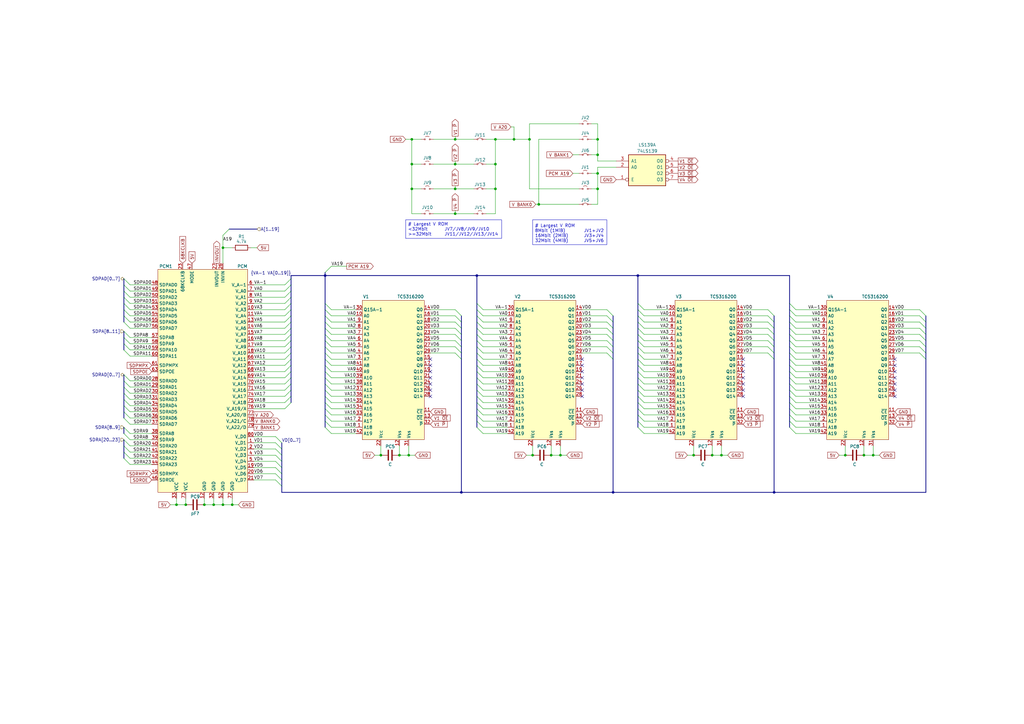
<source format=kicad_sch>
(kicad_sch (version 20250114) (generator "eeschema") (generator_version "9.0")
  (paper "A3")
  (title_block (title "King of Fighters '97 - PROGBK1") (date "2025-02-14") (comment 1 "Not an original schematic") (comment 2 "Reversed from physical copy"))
  (text_box "# Largest V ROM\n8Mbit (1MiB)	JV1+JV2\n16Mbit (2MiB)	JV3+JV4\n32Mbit (4MiB)	JV5+JV6" (at 218.44 90.17 0) (size 30.48 10.16) (margins 0.9525 0.9525 0.9525 0.9525) (effects (font (size 1.27 1.27)) (justify left bottom)))
  (text_box "# Largest V ROM\n<32Mbit		JV7/JV8/JV9/JV10\n>=32Mbit	JV11/JV12/JV13/JV14" (at 166.37 90.17 0) (size 39.37 7.62) (margins 0.9525 0.9525 0.9525 0.9525) (effects (font (size 1.27 1.27)) (justify left top)))
  (junction (at 245.11 71.12))
  (junction (at 203.2 77.47))
  (junction (at 189.23 201.93))
  (junction (at 186.69 67.31))
  (junction (at 83.82 207.01))
  (junction (at 186.69 77.47))
  (junction (at 251.46 201.93))
  (junction (at 229.87 186.69))
  (junction (at 317.5 201.93))
  (junction (at 168.91 77.47))
  (junction (at 245.11 63.5))
  (junction (at 133.35 113.03))
  (junction (at 76.2 207.01))
  (junction (at 210.82 57.15))
  (junction (at 203.2 67.31))
  (junction (at 245.11 77.47))
  (junction (at 217.17 57.15))
  (junction (at 261.62 113.03))
  (junction (at 186.69 57.15))
  (junction (at 167.64 186.69))
  (junction (at 91.44 207.01))
  (junction (at 95.25 207.01))
  (junction (at 168.91 57.15))
  (junction (at 168.91 67.31))
  (junction (at 295.91 186.69))
  (junction (at 354.33 186.69))
  (junction (at 245.11 57.15))
  (junction (at 72.39 207.01))
  (junction (at 163.83 186.69))
  (junction (at 87.63 207.01))
  (junction (at 203.2 57.15))
  (junction (at 346.71 186.69))
  (junction (at 226.06 186.69))
  (junction (at 358.14 186.69))
  (junction (at 218.44 186.69))
  (junction (at 156.21 186.69))
  (junction (at 292.1 186.69))
  (junction (at 91.44 101.6))
  (junction (at 220.98 83.82))
  (junction (at 195.58 113.03))
  (junction (at 284.48 186.69))
  (junction (at 186.69 87.63))
  (no_connect (at 238.76 152.4))
  (no_connect (at 304.8 152.4))
  (no_connect (at 304.8 154.94))
  (no_connect (at 238.76 147.32))
  (no_connect (at 176.53 152.4))
  (no_connect (at 304.8 149.86))
  (no_connect (at 176.53 149.86))
  (no_connect (at 367.03 157.48))
  (no_connect (at 176.53 147.32))
  (no_connect (at 304.8 157.48))
  (no_connect (at 176.53 154.94))
  (no_connect (at 238.76 154.94))
  (no_connect (at 304.8 147.32))
  (no_connect (at 367.03 162.56))
  (no_connect (at 367.03 160.02))
  (no_connect (at 367.03 147.32))
  (no_connect (at 238.76 162.56))
  (no_connect (at 367.03 154.94))
  (no_connect (at 176.53 157.48))
  (no_connect (at 176.53 162.56))
  (no_connect (at 238.76 149.86))
  (no_connect (at 238.76 160.02))
  (no_connect (at 304.8 162.56))
  (no_connect (at 367.03 149.86))
  (no_connect (at 176.53 160.02))
  (no_connect (at 238.76 157.48))
  (no_connect (at 304.8 160.02))
  (no_connect (at 367.03 152.4))
  (bus_entry (at 323.85 175.26) (size 2.54 2.54))
  (bus_entry (at 379.73 144.78) (size -2.54 -2.54))
  (bus_entry (at 323.85 129.54) (size 2.54 2.54))
  (bus_entry (at 261.62 129.54) (size 2.54 2.54))
  (bus_entry (at 189.23 142.24) (size -2.54 -2.54))
  (bus_entry (at 115.57 194.31) (size -2.54 -2.54))
  (bus_entry (at 50.8 132.08) (size 2.54 2.54))
  (bus_entry (at 119.38 132.08) (size -2.54 2.54))
  (bus_entry (at 251.46 147.32) (size -2.54 -2.54))
  (bus_entry (at 261.62 157.48) (size 2.54 2.54))
  (bus_entry (at 50.8 129.54) (size 2.54 2.54))
  (bus_entry (at 251.46 132.08) (size -2.54 -2.54))
  (bus_entry (at 317.5 147.32) (size -2.54 -2.54))
  (bus_entry (at 133.35 157.48) (size 2.54 2.54))
  (bus_entry (at 261.62 172.72) (size 2.54 2.54))
  (bus_entry (at 195.58 149.86) (size 2.54 2.54))
  (bus_entry (at 323.85 127) (size 2.54 2.54))
  (bus_entry (at 379.73 147.32) (size -2.54 -2.54))
  (bus_entry (at 261.62 144.78) (size 2.54 2.54))
  (bus_entry (at 251.46 144.78) (size -2.54 -2.54))
  (bus_entry (at 261.62 139.7) (size 2.54 2.54))
  (bus_entry (at 323.85 170.18) (size 2.54 2.54))
  (bus_entry (at 50.8 143.51) (size 2.54 2.54))
  (bus_entry (at 261.62 134.62) (size 2.54 2.54))
  (bus_entry (at 261.62 142.24) (size 2.54 2.54))
  (bus_entry (at 195.58 167.64) (size 2.54 2.54))
  (bus_entry (at 261.62 147.32) (size 2.54 2.54))
  (bus_entry (at 379.73 134.62) (size -2.54 -2.54))
  (bus_entry (at 133.35 129.54) (size 2.54 2.54))
  (bus_entry (at 133.35 132.08) (size 2.54 2.54))
  (bus_entry (at 189.23 132.08) (size -2.54 -2.54))
  (bus_entry (at 133.35 127) (size 2.54 2.54))
  (bus_entry (at 133.35 142.24) (size 2.54 2.54))
  (bus_entry (at 189.23 134.62) (size -2.54 -2.54))
  (bus_entry (at 50.8 127) (size 2.54 2.54))
  (bus_entry (at 195.58 152.4) (size 2.54 2.54))
  (bus_entry (at 323.85 132.08) (size 2.54 2.54))
  (bus_entry (at 133.35 154.94) (size 2.54 2.54))
  (bus_entry (at 133.35 124.46) (size 2.54 2.54))
  (bus_entry (at 50.8 135.89) (size 2.54 2.54))
  (bus_entry (at 251.46 142.24) (size -2.54 -2.54))
  (bus_entry (at 119.38 144.78) (size -2.54 2.54))
  (bus_entry (at 323.85 167.64) (size 2.54 2.54))
  (bus_entry (at 115.57 186.69) (size -2.54 -2.54))
  (bus_entry (at 195.58 137.16) (size 2.54 2.54))
  (bus_entry (at 195.58 175.26) (size 2.54 2.54))
  (bus_entry (at 379.73 137.16) (size -2.54 -2.54))
  (bus_entry (at 195.58 144.78) (size 2.54 2.54))
  (bus_entry (at 50.8 121.92) (size 2.54 2.54))
  (bus_entry (at 195.58 132.08) (size 2.54 2.54))
  (bus_entry (at 317.5 139.7) (size -2.54 -2.54))
  (bus_entry (at 261.62 152.4) (size 2.54 2.54))
  (bus_entry (at 317.5 132.08) (size -2.54 -2.54))
  (bus_entry (at 261.62 137.16) (size 2.54 2.54))
  (bus_entry (at 115.57 199.39) (size -2.54 -2.54))
  (bus_entry (at 195.58 124.46) (size 2.54 2.54))
  (bus_entry (at 261.62 167.64) (size 2.54 2.54))
  (bus_entry (at 195.58 157.48) (size 2.54 2.54))
  (bus_entry (at 133.35 172.72) (size 2.54 2.54))
  (bus_entry (at 93.98 93.98) (size -2.54 2.54))
  (bus_entry (at 50.8 182.88) (size 2.54 2.54))
  (bus_entry (at 323.85 160.02) (size 2.54 2.54))
  (bus_entry (at 195.58 147.32) (size 2.54 2.54))
  (bus_entry (at 133.35 170.18) (size 2.54 2.54))
  (bus_entry (at 261.62 154.94) (size 2.54 2.54))
  (bus_entry (at 261.62 149.86) (size 2.54 2.54))
  (bus_entry (at 115.57 189.23) (size -2.54 -2.54))
  (bus_entry (at 323.85 152.4) (size 2.54 2.54))
  (bus_entry (at 119.38 114.3) (size -2.54 2.54))
  (bus_entry (at 119.38 152.4) (size -2.54 2.54))
  (bus_entry (at 50.8 114.3) (size 2.54 2.54))
  (bus_entry (at 115.57 181.61) (size -2.54 -2.54))
  (bus_entry (at 261.62 175.26) (size 2.54 2.54))
  (bus_entry (at 251.46 137.16) (size -2.54 -2.54))
  (bus_entry (at 50.8 187.96) (size 2.54 2.54))
  (bus_entry (at 119.38 124.46) (size -2.54 2.54))
  (bus_entry (at 119.38 134.62) (size -2.54 2.54))
  (bus_entry (at 195.58 127) (size 2.54 2.54))
  (bus_entry (at 133.35 137.16) (size 2.54 2.54))
  (bus_entry (at 379.73 132.08) (size -2.54 -2.54))
  (bus_entry (at 133.35 162.56) (size 2.54 2.54))
  (bus_entry (at 251.46 139.7) (size -2.54 -2.54))
  (bus_entry (at 119.38 157.48) (size -2.54 2.54))
  (bus_entry (at 133.35 165.1) (size 2.54 2.54))
  (bus_entry (at 50.8 185.42) (size 2.54 2.54))
  (bus_entry (at 317.5 129.54) (size -2.54 -2.54))
  (bus_entry (at 50.8 175.26) (size 2.54 2.54))
  (bus_entry (at 119.38 119.38) (size -2.54 2.54))
  (bus_entry (at 119.38 154.94) (size -2.54 2.54))
  (bus_entry (at 323.85 144.78) (size 2.54 2.54))
  (bus_entry (at 133.35 167.64) (size 2.54 2.54))
  (bus_entry (at 323.85 165.1) (size 2.54 2.54))
  (bus_entry (at 133.35 147.32) (size 2.54 2.54))
  (bus_entry (at 261.62 132.08) (size 2.54 2.54))
  (bus_entry (at 195.58 142.24) (size 2.54 2.54))
  (bus_entry (at 50.8 161.29) (size 2.54 2.54))
  (bus_entry (at 133.35 139.7) (size 2.54 2.54))
  (bus_entry (at 189.23 139.7) (size -2.54 -2.54))
  (bus_entry (at 195.58 160.02) (size 2.54 2.54))
  (bus_entry (at 119.38 149.86) (size -2.54 2.54))
  (bus_entry (at 323.85 124.46) (size 2.54 2.54))
  (bus_entry (at 323.85 142.24) (size 2.54 2.54))
  (bus_entry (at 133.35 152.4) (size 2.54 2.54))
  (bus_entry (at 323.85 137.16) (size 2.54 2.54))
  (bus_entry (at 261.62 162.56) (size 2.54 2.54))
  (bus_entry (at 50.8 171.45) (size 2.54 2.54))
  (bus_entry (at 261.62 160.02) (size 2.54 2.54))
  (bus_entry (at 195.58 134.62) (size 2.54 2.54))
  (bus_entry (at 323.85 157.48) (size 2.54 2.54))
  (bus_entry (at 323.85 147.32) (size 2.54 2.54))
  (bus_entry (at 119.38 162.56) (size -2.54 2.54))
  (bus_entry (at 261.62 170.18) (size 2.54 2.54))
  (bus_entry (at 379.73 139.7) (size -2.54 -2.54))
  (bus_entry (at 50.8 153.67) (size 2.54 2.54))
  (bus_entry (at 189.23 129.54) (size -2.54 -2.54))
  (bus_entry (at 50.8 168.91) (size 2.54 2.54))
  (bus_entry (at 261.62 124.46) (size 2.54 2.54))
  (bus_entry (at 50.8 119.38) (size 2.54 2.54))
  (bus_entry (at 189.23 137.16) (size -2.54 -2.54))
  (bus_entry (at 195.58 172.72) (size 2.54 2.54))
  (bus_entry (at 379.73 142.24) (size -2.54 -2.54))
  (bus_entry (at 50.8 177.8) (size 2.54 2.54))
  (bus_entry (at 189.23 147.32) (size -2.54 -2.54))
  (bus_entry (at 323.85 149.86) (size 2.54 2.54))
  (bus_entry (at 50.8 166.37) (size 2.54 2.54))
  (bus_entry (at 133.35 134.62) (size 2.54 2.54))
  (bus_entry (at 119.38 147.32) (size -2.54 2.54))
  (bus_entry (at 195.58 162.56) (size 2.54 2.54))
  (bus_entry (at 50.8 158.75) (size 2.54 2.54))
  (bus_entry (at 115.57 196.85) (size -2.54 -2.54))
  (bus_entry (at 115.57 191.77) (size -2.54 -2.54))
  (bus_entry (at 261.62 127) (size 2.54 2.54))
  (bus_entry (at 195.58 165.1) (size 2.54 2.54))
  (bus_entry (at 115.57 184.15) (size -2.54 -2.54))
  (bus_entry (at 317.5 144.78) (size -2.54 -2.54))
  (bus_entry (at 251.46 129.54) (size -2.54 -2.54))
  (bus_entry (at 50.8 140.97) (size 2.54 2.54))
  (bus_entry (at 119.38 127) (size -2.54 2.54))
  (bus_entry (at 323.85 134.62) (size 2.54 2.54))
  (bus_entry (at 119.38 121.92) (size -2.54 2.54))
  (bus_entry (at 50.8 163.83) (size 2.54 2.54))
  (bus_entry (at 50.8 116.84) (size 2.54 2.54))
  (bus_entry (at 189.23 144.78) (size -2.54 -2.54))
  (bus_entry (at 50.8 156.21) (size 2.54 2.54))
  (bus_entry (at 317.5 134.62) (size -2.54 -2.54))
  (bus_entry (at 119.38 142.24) (size -2.54 2.54))
  (bus_entry (at 50.8 138.43) (size 2.54 2.54))
  (bus_entry (at 50.8 180.34) (size 2.54 2.54))
  (bus_entry (at 195.58 139.7) (size 2.54 2.54))
  (bus_entry (at 195.58 129.54) (size 2.54 2.54))
  (bus_entry (at 119.38 129.54) (size -2.54 2.54))
  (bus_entry (at 119.38 139.7) (size -2.54 2.54))
  (bus_entry (at 133.35 144.78) (size 2.54 2.54))
  (bus_entry (at 323.85 154.94) (size 2.54 2.54))
  (bus_entry (at 133.35 111.76) (size 2.54 -2.54))
  (bus_entry (at 261.62 165.1) (size 2.54 2.54))
  (bus_entry (at 133.35 175.26) (size 2.54 2.54))
  (bus_entry (at 195.58 154.94) (size 2.54 2.54))
  (bus_entry (at 119.38 116.84) (size -2.54 2.54))
  (bus_entry (at 195.58 170.18) (size 2.54 2.54))
  (bus_entry (at 251.46 134.62) (size -2.54 -2.54))
  (bus_entry (at 317.5 142.24) (size -2.54 -2.54))
  (bus_entry (at 133.35 149.86) (size 2.54 2.54))
  (bus_entry (at 317.5 137.16) (size -2.54 -2.54))
  (bus_entry (at 50.8 124.46) (size 2.54 2.54))
  (bus_entry (at 119.38 160.02) (size -2.54 2.54))
  (bus_entry (at 133.35 160.02) (size 2.54 2.54))
  (bus_entry (at 119.38 165.1) (size -2.54 2.54))
  (bus_entry (at 379.73 129.54) (size -2.54 -2.54))
  (bus_entry (at 323.85 139.7) (size 2.54 2.54))
  (bus_entry (at 323.85 172.72) (size 2.54 2.54))
  (bus_entry (at 119.38 137.16) (size -2.54 2.54))
  (bus_entry (at 323.85 162.56) (size 2.54 2.54))
  (bus (pts (xy 133.35 144.78) (xy 133.35 147.32)))
  (wire (pts (xy 274.32 170.18) (xy 264.16 170.18)))
  (wire (pts (xy 304.8 139.7) (xy 314.96 139.7)))
  (bus (pts (xy 379.73 139.7) (xy 379.73 142.24)))
  (wire (pts (xy 238.76 137.16) (xy 248.92 137.16)))
  (bus (pts (xy 261.62 154.94) (xy 261.62 157.48)))
  (bus (pts (xy 50.8 127) (xy 50.8 129.54)))
  (bus (pts (xy 195.58 124.46) (xy 195.58 127)))
  (wire (pts (xy 104.14 132.08) (xy 116.84 132.08)))
  (bus (pts (xy 133.35 127) (xy 133.35 129.54)))
  (wire (pts (xy 245.11 63.5) (xy 245.11 57.15)))
  (bus (pts (xy 50.8 153.67) (xy 50.8 156.21)))
  (bus (pts (xy 323.85 144.78) (xy 323.85 147.32)))
  (bus (pts (xy 323.85 127) (xy 323.85 129.54)))
  (wire (pts (xy 104.14 152.4) (xy 116.84 152.4)))
  (wire (pts (xy 104.14 134.62) (xy 116.84 134.62)))
  (bus (pts (xy 261.62 127) (xy 261.62 129.54)))
  (bus (pts (xy 115.57 199.39) (xy 115.57 201.93)))
  (bus (pts (xy 50.8 135.89) (xy 50.8 138.43)))
  (bus (pts (xy 323.85 134.62) (xy 323.85 137.16)))
  (wire (pts (xy 304.8 132.08) (xy 314.96 132.08)))
  (bus (pts (xy 189.23 144.78) (xy 189.23 147.32)))
  (bus (pts (xy 119.38 142.24) (xy 119.38 144.78)))
  (bus (pts (xy 317.5 129.54) (xy 317.5 132.08)))
  (wire (pts (xy 102.87 101.6) (xy 105.41 101.6)))
  (bus (pts (xy 50.8 116.84) (xy 50.8 119.38)))
  (wire (pts (xy 336.55 167.64) (xy 326.39 167.64)))
  (bus (pts (xy 195.58 139.7) (xy 195.58 142.24)))
  (wire (pts (xy 336.55 127) (xy 326.39 127)))
  (wire (pts (xy 238.76 144.78) (xy 248.92 144.78)))
  (wire (pts (xy 208.28 170.18) (xy 198.12 170.18)))
  (wire (pts (xy 176.53 142.24) (xy 186.69 142.24)))
  (wire (pts (xy 358.14 186.69) (xy 360.68 186.69)))
  (wire (pts (xy 208.28 147.32) (xy 198.12 147.32)))
  (bus (pts (xy 133.35 113.03) (xy 133.35 124.46)))
  (wire (pts (xy 245.11 66.04) (xy 252.73 66.04)))
  (bus (pts (xy 133.35 157.48) (xy 133.35 160.02)))
  (wire (pts (xy 274.32 162.56) (xy 264.16 162.56)))
  (bus (pts (xy 133.35 124.46) (xy 133.35 127)))
  (wire (pts (xy 336.55 170.18) (xy 326.39 170.18)))
  (wire (pts (xy 62.23 134.62) (xy 53.34 134.62)))
  (wire (pts (xy 203.2 67.31) (xy 203.2 77.47)))
  (wire (pts (xy 238.76 142.24) (xy 248.92 142.24)))
  (wire (pts (xy 336.55 175.26) (xy 326.39 175.26)))
  (wire (pts (xy 53.34 190.5) (xy 62.23 190.5)))
  (wire (pts (xy 146.05 160.02) (xy 135.89 160.02)))
  (wire (pts (xy 83.82 207.01) (xy 87.63 207.01)))
  (bus (pts (xy 50.8 114.3) (xy 50.8 116.84)))
  (wire (pts (xy 104.14 181.61) (xy 113.03 181.61)))
  (bus (pts (xy 119.38 149.86) (xy 119.38 152.4)))
  (wire (pts (xy 208.28 139.7) (xy 198.12 139.7)))
  (bus (pts (xy 119.38 152.4) (xy 119.38 154.94)))
  (bus (pts (xy 133.35 149.86) (xy 133.35 152.4)))
  (bus (pts (xy 251.46 144.78) (xy 251.46 147.32)))
  (wire (pts (xy 304.8 129.54) (xy 314.96 129.54)))
  (wire (pts (xy 208.28 144.78) (xy 198.12 144.78)))
  (bus (pts (xy 195.58 142.24) (xy 195.58 144.78)))
  (bus (pts (xy 119.38 144.78) (xy 119.38 147.32)))
  (wire (pts (xy 146.05 144.78) (xy 135.89 144.78)))
  (wire (pts (xy 186.69 77.47) (xy 194.31 77.47)))
  (wire (pts (xy 53.34 138.43) (xy 62.23 138.43)))
  (wire (pts (xy 208.28 154.94) (xy 198.12 154.94)))
  (bus (pts (xy 195.58 165.1) (xy 195.58 167.64)))
  (wire (pts (xy 168.91 77.47) (xy 168.91 87.63)))
  (wire (pts (xy 104.14 144.78) (xy 116.84 144.78)))
  (wire (pts (xy 69.85 207.01) (xy 72.39 207.01)))
  (wire (pts (xy 104.14 179.07) (xy 113.03 179.07)))
  (wire (pts (xy 336.55 139.7) (xy 326.39 139.7)))
  (wire (pts (xy 274.32 172.72) (xy 264.16 172.72)))
  (wire (pts (xy 238.76 134.62) (xy 248.92 134.62)))
  (wire (pts (xy 91.44 101.6) (xy 95.25 101.6)))
  (bus (pts (xy 195.58 134.62) (xy 195.58 137.16)))
  (wire (pts (xy 336.55 160.02) (xy 326.39 160.02)))
  (wire (pts (xy 274.32 152.4) (xy 264.16 152.4)))
  (wire (pts (xy 186.69 67.31) (xy 194.31 67.31)))
  (wire (pts (xy 203.2 57.15) (xy 199.39 57.15)))
  (wire (pts (xy 208.28 160.02) (xy 198.12 160.02)))
  (bus (pts (xy 195.58 113.03) (xy 195.58 124.46)))
  (bus (pts (xy 195.58 113.03) (xy 261.62 113.03)))
  (wire (pts (xy 220.98 83.82) (xy 237.49 83.82)))
  (bus (pts (xy 251.46 134.62) (xy 251.46 137.16)))
  (wire (pts (xy 186.69 67.31) (xy 177.8 67.31)))
  (bus (pts (xy 379.73 142.24) (xy 379.73 144.78)))
  (bus (pts (xy 317.5 142.24) (xy 317.5 144.78)))
  (wire (pts (xy 203.2 67.31) (xy 199.39 67.31)))
  (wire (pts (xy 274.32 132.08) (xy 264.16 132.08)))
  (bus (pts (xy 119.38 162.56) (xy 119.38 165.1)))
  (wire (pts (xy 176.53 144.78) (xy 186.69 144.78)))
  (wire (pts (xy 95.25 204.47) (xy 95.25 207.01)))
  (wire (pts (xy 62.23 173.99) (xy 53.34 173.99)))
  (wire (pts (xy 53.34 140.97) (xy 62.23 140.97)))
  (bus (pts (xy 261.62 113.03) (xy 323.85 113.03)))
  (wire (pts (xy 167.64 186.69) (xy 170.18 186.69)))
  (bus (pts (xy 323.85 162.56) (xy 323.85 165.1)))
  (bus (pts (xy 119.38 119.38) (xy 119.38 121.92)))
  (wire (pts (xy 72.39 207.01) (xy 76.2 207.01)))
  (wire (pts (xy 176.53 129.54) (xy 186.69 129.54)))
  (bus (pts (xy 133.35 167.64) (xy 133.35 170.18)))
  (bus (pts (xy 133.35 139.7) (xy 133.35 142.24)))
  (wire (pts (xy 336.55 154.94) (xy 326.39 154.94)))
  (bus (pts (xy 261.62 129.54) (xy 261.62 132.08)))
  (wire (pts (xy 156.21 182.88) (xy 156.21 186.69)))
  (wire (pts (xy 208.28 134.62) (xy 198.12 134.62)))
  (wire (pts (xy 245.11 66.04) (xy 245.11 63.5)))
  (bus (pts (xy 251.46 137.16) (xy 251.46 139.7)))
  (bus (pts (xy 317.5 144.78) (xy 317.5 147.32)))
  (wire (pts (xy 208.28 157.48) (xy 198.12 157.48)))
  (wire (pts (xy 62.23 116.84) (xy 53.34 116.84)))
  (bus (pts (xy 195.58 152.4) (xy 195.58 154.94)))
  (wire (pts (xy 87.63 207.01) (xy 91.44 207.01)))
  (bus (pts (xy 195.58 172.72) (xy 195.58 175.26)))
  (wire (pts (xy 146.05 127) (xy 135.89 127)))
  (bus (pts (xy 261.62 172.72) (xy 261.62 175.26)))
  (wire (pts (xy 274.32 160.02) (xy 264.16 160.02)))
  (wire (pts (xy 304.8 142.24) (xy 314.96 142.24)))
  (bus (pts (xy 119.38 137.16) (xy 119.38 139.7)))
  (wire (pts (xy 104.14 165.1) (xy 116.84 165.1)))
  (wire (pts (xy 245.11 77.47) (xy 245.11 83.82)))
  (wire (pts (xy 146.05 177.8) (xy 135.89 177.8)))
  (bus (pts (xy 323.85 170.18) (xy 323.85 172.72)))
  (bus (pts (xy 195.58 147.32) (xy 195.58 149.86)))
  (wire (pts (xy 274.32 147.32) (xy 264.16 147.32)))
  (wire (pts (xy 367.03 129.54) (xy 377.19 129.54)))
  (bus (pts (xy 50.8 161.29) (xy 50.8 163.83)))
  (wire (pts (xy 146.05 170.18) (xy 135.89 170.18)))
  (wire (pts (xy 172.72 57.15) (xy 168.91 57.15)))
  (bus (pts (xy 115.57 196.85) (xy 115.57 199.39)))
  (wire (pts (xy 274.32 134.62) (xy 264.16 134.62)))
  (bus (pts (xy 115.57 189.23) (xy 115.57 191.77)))
  (wire (pts (xy 186.69 66.04) (xy 186.69 67.31)))
  (wire (pts (xy 358.14 182.88) (xy 358.14 186.69)))
  (wire (pts (xy 242.57 83.82) (xy 245.11 83.82)))
  (wire (pts (xy 336.55 172.72) (xy 326.39 172.72)))
  (wire (pts (xy 336.55 149.86) (xy 326.39 149.86)))
  (wire (pts (xy 242.57 63.5) (xy 245.11 63.5)))
  (bus (pts (xy 195.58 132.08) (xy 195.58 134.62)))
  (wire (pts (xy 295.91 182.88) (xy 295.91 186.69)))
  (wire (pts (xy 220.98 57.15) (xy 237.49 57.15)))
  (wire (pts (xy 146.05 132.08) (xy 135.89 132.08)))
  (bus (pts (xy 133.35 162.56) (xy 133.35 165.1)))
  (wire (pts (xy 62.23 158.75) (xy 53.34 158.75)))
  (bus (pts (xy 119.38 154.94) (xy 119.38 157.48)))
  (wire (pts (xy 104.14 121.92) (xy 116.84 121.92)))
  (wire (pts (xy 203.2 57.15) (xy 203.2 67.31)))
  (wire (pts (xy 336.55 134.62) (xy 326.39 134.62)))
  (wire (pts (xy 217.17 77.47) (xy 217.17 57.15)))
  (bus (pts (xy 195.58 170.18) (xy 195.58 172.72)))
  (wire (pts (xy 218.44 182.88) (xy 218.44 186.69)))
  (bus (pts (xy 50.8 185.42) (xy 50.8 187.96)))
  (wire (pts (xy 146.05 165.1) (xy 135.89 165.1)))
  (wire (pts (xy 208.28 162.56) (xy 198.12 162.56)))
  (bus (pts (xy 189.23 129.54) (xy 189.23 132.08)))
  (wire (pts (xy 62.23 161.29) (xy 53.34 161.29)))
  (bus (pts (xy 261.62 144.78) (xy 261.62 147.32)))
  (wire (pts (xy 220.98 57.15) (xy 220.98 83.82)))
  (wire (pts (xy 284.48 182.88) (xy 284.48 186.69)))
  (bus (pts (xy 317.5 132.08) (xy 317.5 134.62)))
  (bus (pts (xy 323.85 124.46) (xy 323.85 127)))
  (bus (pts (xy 261.62 113.03) (xy 261.62 124.46)))
  (wire (pts (xy 62.23 121.92) (xy 53.34 121.92)))
  (bus (pts (xy 133.35 154.94) (xy 133.35 157.48)))
  (bus (pts (xy 133.35 134.62) (xy 133.35 137.16)))
  (bus (pts (xy 261.62 152.4) (xy 261.62 154.94)))
  (wire (pts (xy 208.28 132.08) (xy 198.12 132.08)))
  (bus (pts (xy 50.8 168.91) (xy 50.8 171.45)))
  (wire (pts (xy 304.8 144.78) (xy 314.96 144.78)))
  (wire (pts (xy 326.39 129.54) (xy 336.55 129.54)))
  (bus (pts (xy 317.5 147.32) (xy 317.5 201.93)))
  (bus (pts (xy 379.73 129.54) (xy 379.73 132.08)))
  (wire (pts (xy 168.91 87.63) (xy 172.72 87.63)))
  (wire (pts (xy 91.44 101.6) (xy 91.44 107.95)))
  (wire (pts (xy 238.76 132.08) (xy 248.92 132.08)))
  (wire (pts (xy 146.05 147.32) (xy 135.89 147.32)))
  (wire (pts (xy 104.14 139.7) (xy 116.84 139.7)))
  (wire (pts (xy 274.32 149.86) (xy 264.16 149.86)))
  (wire (pts (xy 104.14 184.15) (xy 113.03 184.15)))
  (wire (pts (xy 208.28 177.8) (xy 198.12 177.8)))
  (bus (pts (xy 317.5 201.93) (xy 379.73 201.93)))
  (bus (pts (xy 195.58 129.54) (xy 195.58 132.08)))
  (bus (pts (xy 133.35 129.54) (xy 133.35 132.08)))
  (wire (pts (xy 186.69 76.2) (xy 186.69 77.47)))
  (bus (pts (xy 50.8 180.34) (xy 50.8 182.88)))
  (wire (pts (xy 367.03 139.7) (xy 377.19 139.7)))
  (bus (pts (xy 323.85 149.86) (xy 323.85 152.4)))
  (wire (pts (xy 146.05 154.94) (xy 135.89 154.94)))
  (bus (pts (xy 379.73 134.62) (xy 379.73 137.16)))
  (bus (pts (xy 133.35 111.76) (xy 133.35 113.03)))
  (wire (pts (xy 354.33 186.69) (xy 358.14 186.69)))
  (wire (pts (xy 146.05 152.4) (xy 135.89 152.4)))
  (bus (pts (xy 119.38 121.92) (xy 119.38 124.46)))
  (wire (pts (xy 210.82 57.15) (xy 217.17 57.15)))
  (wire (pts (xy 53.34 143.51) (xy 62.23 143.51)))
  (wire (pts (xy 146.05 172.72) (xy 135.89 172.72)))
  (wire (pts (xy 198.12 129.54) (xy 208.28 129.54)))
  (bus (pts (xy 323.85 137.16) (xy 323.85 139.7)))
  (wire (pts (xy 62.23 124.46) (xy 53.34 124.46)))
  (bus (pts (xy 105.41 93.98) (xy 93.98 93.98)))
  (bus (pts (xy 119.38 116.84) (xy 119.38 119.38)))
  (wire (pts (xy 104.14 142.24) (xy 116.84 142.24)))
  (wire (pts (xy 219.71 83.82) (xy 220.98 83.82)))
  (wire (pts (xy 168.91 57.15) (xy 166.37 57.15)))
  (bus (pts (xy 50.8 140.97) (xy 50.8 143.51)))
  (wire (pts (xy 336.55 132.08) (xy 326.39 132.08)))
  (wire (pts (xy 168.91 57.15) (xy 168.91 67.31)))
  (bus (pts (xy 133.35 113.03) (xy 195.58 113.03)))
  (bus (pts (xy 379.73 137.16) (xy 379.73 139.7)))
  (wire (pts (xy 91.44 207.01) (xy 95.25 207.01)))
  (bus (pts (xy 119.38 160.02) (xy 119.38 162.56)))
  (bus (pts (xy 195.58 157.48) (xy 195.58 160.02)))
  (bus (pts (xy 261.62 134.62) (xy 261.62 137.16)))
  (wire (pts (xy 238.76 129.54) (xy 248.92 129.54)))
  (wire (pts (xy 336.55 137.16) (xy 326.39 137.16)))
  (bus (pts (xy 133.35 165.1) (xy 133.35 167.64)))
  (wire (pts (xy 186.69 57.15) (xy 177.8 57.15)))
  (wire (pts (xy 208.28 175.26) (xy 198.12 175.26)))
  (bus (pts (xy 119.38 124.46) (xy 119.38 127)))
  (bus (pts (xy 133.35 170.18) (xy 133.35 172.72)))
  (wire (pts (xy 229.87 182.88) (xy 229.87 186.69)))
  (wire (pts (xy 72.39 204.47) (xy 72.39 207.01)))
  (bus (pts (xy 323.85 129.54) (xy 323.85 132.08)))
  (wire (pts (xy 203.2 57.15) (xy 210.82 57.15)))
  (bus (pts (xy 323.85 142.24) (xy 323.85 144.78)))
  (bus (pts (xy 189.23 147.32) (xy 189.23 201.93)))
  (wire (pts (xy 203.2 87.63) (xy 199.39 87.63)))
  (bus (pts (xy 119.38 132.08) (xy 119.38 134.62)))
  (wire (pts (xy 274.32 165.1) (xy 264.16 165.1)))
  (wire (pts (xy 176.53 137.16) (xy 186.69 137.16)))
  (wire (pts (xy 292.1 186.69) (xy 295.91 186.69)))
  (wire (pts (xy 146.05 134.62) (xy 135.89 134.62)))
  (bus (pts (xy 323.85 165.1) (xy 323.85 167.64)))
  (wire (pts (xy 304.8 127) (xy 314.96 127)))
  (wire (pts (xy 116.84 119.38) (xy 104.14 119.38)))
  (wire (pts (xy 62.23 163.83) (xy 53.34 163.83)))
  (wire (pts (xy 146.05 149.86) (xy 135.89 149.86)))
  (bus (pts (xy 133.35 132.08) (xy 133.35 134.62)))
  (wire (pts (xy 238.76 127) (xy 248.92 127)))
  (bus (pts (xy 189.23 142.24) (xy 189.23 144.78)))
  (wire (pts (xy 208.28 127) (xy 198.12 127)))
  (bus (pts (xy 119.38 147.32) (xy 119.38 149.86)))
  (wire (pts (xy 274.32 175.26) (xy 264.16 175.26)))
  (wire (pts (xy 53.34 182.88) (xy 62.23 182.88)))
  (bus (pts (xy 50.8 121.92) (xy 50.8 124.46)))
  (wire (pts (xy 62.23 171.45) (xy 53.34 171.45)))
  (wire (pts (xy 53.34 187.96) (xy 62.23 187.96)))
  (bus (pts (xy 323.85 147.32) (xy 323.85 149.86)))
  (bus (pts (xy 195.58 154.94) (xy 195.58 157.48)))
  (bus (pts (xy 115.57 201.93) (xy 189.23 201.93)))
  (wire (pts (xy 210.82 52.07) (xy 210.82 57.15)))
  (wire (pts (xy 104.14 196.85) (xy 113.03 196.85)))
  (bus (pts (xy 195.58 162.56) (xy 195.58 165.1)))
  (bus (pts (xy 261.62 157.48) (xy 261.62 160.02)))
  (bus (pts (xy 195.58 160.02) (xy 195.58 162.56)))
  (wire (pts (xy 367.03 127) (xy 377.19 127)))
  (wire (pts (xy 83.82 204.47) (xy 83.82 207.01)))
  (wire (pts (xy 135.89 109.22) (xy 142.24 109.22)))
  (wire (pts (xy 217.17 77.47) (xy 237.49 77.47)))
  (wire (pts (xy 146.05 137.16) (xy 135.89 137.16)))
  (wire (pts (xy 281.94 186.69) (xy 284.48 186.69)))
  (bus (pts (xy 50.8 166.37) (xy 50.8 168.91)))
  (wire (pts (xy 104.14 162.56) (xy 116.84 162.56)))
  (wire (pts (xy 104.14 124.46) (xy 116.84 124.46)))
  (wire (pts (xy 209.55 52.07) (xy 210.82 52.07)))
  (bus (pts (xy 189.23 137.16) (xy 189.23 139.7)))
  (bus (pts (xy 119.38 157.48) (xy 119.38 160.02)))
  (bus (pts (xy 195.58 144.78) (xy 195.58 147.32)))
  (bus (pts (xy 189.23 134.62) (xy 189.23 137.16)))
  (wire (pts (xy 172.72 67.31) (xy 168.91 67.31)))
  (bus (pts (xy 189.23 132.08) (xy 189.23 134.62)))
  (bus (pts (xy 261.62 142.24) (xy 261.62 144.78)))
  (bus (pts (xy 379.73 144.78) (xy 379.73 147.32)))
  (bus (pts (xy 261.62 170.18) (xy 261.62 172.72)))
  (wire (pts (xy 344.17 186.69) (xy 346.71 186.69)))
  (wire (pts (xy 274.32 157.48) (xy 264.16 157.48)))
  (wire (pts (xy 208.28 142.24) (xy 198.12 142.24)))
  (wire (pts (xy 104.14 116.84) (xy 116.84 116.84)))
  (wire (pts (xy 62.23 127) (xy 53.34 127)))
  (wire (pts (xy 208.28 152.4) (xy 198.12 152.4)))
  (bus (pts (xy 251.46 139.7) (xy 251.46 142.24)))
  (bus (pts (xy 115.57 181.61) (xy 115.57 184.15)))
  (wire (pts (xy 346.71 182.88) (xy 346.71 186.69)))
  (wire (pts (xy 274.32 167.64) (xy 264.16 167.64)))
  (wire (pts (xy 245.11 71.12) (xy 242.57 71.12)))
  (wire (pts (xy 304.8 134.62) (xy 314.96 134.62)))
  (bus (pts (xy 261.62 165.1) (xy 261.62 167.64)))
  (bus (pts (xy 50.8 124.46) (xy 50.8 127)))
  (bus (pts (xy 323.85 172.72) (xy 323.85 175.26)))
  (bus (pts (xy 50.8 119.38) (xy 50.8 121.92)))
  (wire (pts (xy 292.1 182.88) (xy 292.1 186.69)))
  (wire (pts (xy 304.8 137.16) (xy 314.96 137.16)))
  (bus (pts (xy 133.35 160.02) (xy 133.35 162.56)))
  (wire (pts (xy 146.05 139.7) (xy 135.89 139.7)))
  (wire (pts (xy 186.69 86.36) (xy 186.69 87.63)))
  (wire (pts (xy 104.14 191.77) (xy 113.03 191.77)))
  (bus (pts (xy 50.8 129.54) (xy 50.8 132.08)))
  (wire (pts (xy 367.03 134.62) (xy 377.19 134.62)))
  (wire (pts (xy 104.14 186.69) (xy 113.03 186.69)))
  (wire (pts (xy 194.31 57.15) (xy 186.69 57.15)))
  (wire (pts (xy 146.05 175.26) (xy 135.89 175.26)))
  (wire (pts (xy 208.28 172.72) (xy 198.12 172.72)))
  (bus (pts (xy 261.62 139.7) (xy 261.62 142.24)))
  (bus (pts (xy 261.62 167.64) (xy 261.62 170.18)))
  (wire (pts (xy 163.83 182.88) (xy 163.83 186.69)))
  (bus (pts (xy 115.57 184.15) (xy 115.57 186.69)))
  (bus (pts (xy 119.38 127) (xy 119.38 129.54)))
  (wire (pts (xy 104.14 157.48) (xy 116.84 157.48)))
  (wire (pts (xy 62.23 166.37) (xy 53.34 166.37)))
  (wire (pts (xy 367.03 142.24) (xy 377.19 142.24)))
  (bus (pts (xy 261.62 124.46) (xy 261.62 127)))
  (wire (pts (xy 104.14 189.23) (xy 113.03 189.23)))
  (wire (pts (xy 208.28 167.64) (xy 198.12 167.64)))
  (wire (pts (xy 264.16 129.54) (xy 274.32 129.54)))
  (wire (pts (xy 186.69 87.63) (xy 194.31 87.63)))
  (wire (pts (xy 274.32 142.24) (xy 264.16 142.24)))
  (wire (pts (xy 336.55 147.32) (xy 326.39 147.32)))
  (bus (pts (xy 195.58 127) (xy 195.58 129.54)))
  (wire (pts (xy 245.11 71.12) (xy 245.11 77.47)))
  (wire (pts (xy 91.44 204.47) (xy 91.44 207.01)))
  (wire (pts (xy 274.32 154.94) (xy 264.16 154.94)))
  (bus (pts (xy 50.8 156.21) (xy 50.8 158.75)))
  (wire (pts (xy 53.34 177.8) (xy 62.23 177.8)))
  (wire (pts (xy 336.55 157.48) (xy 326.39 157.48)))
  (wire (pts (xy 97.79 207.01) (xy 95.25 207.01)))
  (bus (pts (xy 133.35 137.16) (xy 133.35 139.7)))
  (wire (pts (xy 53.34 146.05) (xy 62.23 146.05)))
  (wire (pts (xy 176.53 132.08) (xy 186.69 132.08)))
  (bus (pts (xy 50.8 182.88) (xy 50.8 185.42)))
  (bus (pts (xy 379.73 147.32) (xy 379.73 201.93)))
  (bus (pts (xy 261.62 137.16) (xy 261.62 139.7)))
  (bus (pts (xy 195.58 137.16) (xy 195.58 139.7)))
  (bus (pts (xy 261.62 149.86) (xy 261.62 152.4)))
  (bus (pts (xy 189.23 201.93) (xy 251.46 201.93)))
  (wire (pts (xy 76.2 204.47) (xy 76.2 207.01)))
  (wire (pts (xy 274.32 127) (xy 264.16 127)))
  (wire (pts (xy 234.95 71.12) (xy 237.49 71.12)))
  (bus (pts (xy 323.85 160.02) (xy 323.85 162.56)))
  (wire (pts (xy 104.14 160.02) (xy 116.84 160.02)))
  (wire (pts (xy 226.06 182.88) (xy 226.06 186.69)))
  (bus (pts (xy 323.85 113.03) (xy 323.85 124.46)))
  (bus (pts (xy 261.62 162.56) (xy 261.62 165.1)))
  (wire (pts (xy 91.44 96.52) (xy 91.44 101.6)))
  (bus (pts (xy 50.8 175.26) (xy 50.8 177.8)))
  (wire (pts (xy 336.55 177.8) (xy 326.39 177.8)))
  (bus (pts (xy 115.57 186.69) (xy 115.57 189.23)))
  (wire (pts (xy 53.34 180.34) (xy 62.23 180.34)))
  (bus (pts (xy 50.8 158.75) (xy 50.8 161.29)))
  (bus (pts (xy 119.38 134.62) (xy 119.38 137.16)))
  (wire (pts (xy 245.11 50.8) (xy 242.57 50.8)))
  (wire (pts (xy 53.34 185.42) (xy 62.23 185.42)))
  (wire (pts (xy 336.55 162.56) (xy 326.39 162.56)))
  (wire (pts (xy 208.28 149.86) (xy 198.12 149.86)))
  (wire (pts (xy 135.89 129.54) (xy 146.05 129.54)))
  (wire (pts (xy 208.28 165.1) (xy 198.12 165.1)))
  (wire (pts (xy 336.55 144.78) (xy 326.39 144.78)))
  (wire (pts (xy 62.23 132.08) (xy 53.34 132.08)))
  (wire (pts (xy 186.69 55.88) (xy 186.69 57.15)))
  (bus (pts (xy 119.38 113.03) (xy 119.38 114.3)))
  (wire (pts (xy 242.57 77.47) (xy 245.11 77.47)))
  (wire (pts (xy 186.69 87.63) (xy 177.8 87.63)))
  (bus (pts (xy 323.85 157.48) (xy 323.85 160.02)))
  (bus (pts (xy 323.85 132.08) (xy 323.85 134.62)))
  (wire (pts (xy 146.05 142.24) (xy 135.89 142.24)))
  (wire (pts (xy 203.2 77.47) (xy 203.2 87.63)))
  (wire (pts (xy 104.14 194.31) (xy 113.03 194.31)))
  (wire (pts (xy 167.64 182.88) (xy 167.64 186.69)))
  (wire (pts (xy 176.53 139.7) (xy 186.69 139.7)))
  (wire (pts (xy 234.95 63.5) (xy 237.49 63.5)))
  (wire (pts (xy 203.2 77.47) (xy 199.39 77.47)))
  (bus (pts (xy 251.46 201.93) (xy 317.5 201.93)))
  (bus (pts (xy 115.57 191.77) (xy 115.57 194.31)))
  (wire (pts (xy 104.14 154.94) (xy 116.84 154.94)))
  (bus (pts (xy 50.8 163.83) (xy 50.8 166.37)))
  (bus (pts (xy 119.38 129.54) (xy 119.38 132.08)))
  (wire (pts (xy 176.53 134.62) (xy 186.69 134.62)))
  (wire (pts (xy 274.32 137.16) (xy 264.16 137.16)))
  (wire (pts (xy 367.03 137.16) (xy 377.19 137.16)))
  (wire (pts (xy 238.76 139.7) (xy 248.92 139.7)))
  (wire (pts (xy 186.69 77.47) (xy 177.8 77.47)))
  (wire (pts (xy 146.05 162.56) (xy 135.89 162.56)))
  (bus (pts (xy 50.8 138.43) (xy 50.8 140.97)))
  (wire (pts (xy 53.34 119.38) (xy 62.23 119.38)))
  (wire (pts (xy 367.03 132.08) (xy 377.19 132.08)))
  (bus (pts (xy 133.35 142.24) (xy 133.35 144.78)))
  (wire (pts (xy 104.14 147.32) (xy 116.84 147.32)))
  (bus (pts (xy 323.85 154.94) (xy 323.85 157.48)))
  (wire (pts (xy 354.33 182.88) (xy 354.33 186.69)))
  (wire (pts (xy 217.17 50.8) (xy 217.17 57.15)))
  (wire (pts (xy 336.55 142.24) (xy 326.39 142.24)))
  (bus (pts (xy 195.58 167.64) (xy 195.58 170.18)))
  (bus (pts (xy 317.5 139.7) (xy 317.5 142.24)))
  (bus (pts (xy 323.85 167.64) (xy 323.85 170.18)))
  (bus (pts (xy 189.23 139.7) (xy 189.23 142.24)))
  (bus (pts (xy 317.5 134.62) (xy 317.5 137.16)))
  (wire (pts (xy 176.53 127) (xy 186.69 127)))
  (wire (pts (xy 104.14 167.64) (xy 116.84 167.64)))
  (wire (pts (xy 245.11 68.58) (xy 245.11 71.12)))
  (bus (pts (xy 261.62 147.32) (xy 261.62 149.86)))
  (bus (pts (xy 261.62 132.08) (xy 261.62 134.62)))
  (bus (pts (xy 251.46 129.54) (xy 251.46 132.08)))
  (bus (pts (xy 251.46 132.08) (xy 251.46 134.62)))
  (wire (pts (xy 168.91 67.31) (xy 168.91 77.47)))
  (bus (pts (xy 133.35 172.72) (xy 133.35 175.26)))
  (bus (pts (xy 317.5 137.16) (xy 317.5 139.7)))
  (wire (pts (xy 229.87 186.69) (xy 232.41 186.69)))
  (wire (pts (xy 104.14 137.16) (xy 116.84 137.16)))
  (wire (pts (xy 274.32 144.78) (xy 264.16 144.78)))
  (bus (pts (xy 115.57 194.31) (xy 115.57 196.85)))
  (bus (pts (xy 251.46 142.24) (xy 251.46 144.78)))
  (bus (pts (xy 323.85 152.4) (xy 323.85 154.94)))
  (bus (pts (xy 251.46 147.32) (xy 251.46 201.93)))
  (wire (pts (xy 87.63 204.47) (xy 87.63 207.01)))
  (wire (pts (xy 104.14 149.86) (xy 116.84 149.86)))
  (bus (pts (xy 119.38 139.7) (xy 119.38 142.24)))
  (wire (pts (xy 168.91 77.47) (xy 172.72 77.47)))
  (wire (pts (xy 367.03 144.78) (xy 377.19 144.78)))
  (wire (pts (xy 146.05 157.48) (xy 135.89 157.48)))
  (bus (pts (xy 323.85 139.7) (xy 323.85 142.24)))
  (wire (pts (xy 208.28 137.16) (xy 198.12 137.16)))
  (wire (pts (xy 62.23 129.54) (xy 53.34 129.54)))
  (bus (pts (xy 195.58 149.86) (xy 195.58 152.4)))
  (bus (pts (xy 133.35 113.03) (xy 119.38 113.03)))
  (wire (pts (xy 245.11 57.15) (xy 245.11 50.8)))
  (wire (pts (xy 62.23 168.91) (xy 53.34 168.91)))
  (wire (pts (xy 274.32 177.8) (xy 264.16 177.8)))
  (wire (pts (xy 217.17 50.8) (xy 237.49 50.8)))
  (bus (pts (xy 133.35 147.32) (xy 133.35 149.86)))
  (wire (pts (xy 104.14 129.54) (xy 116.84 129.54)))
  (wire (pts (xy 146.05 167.64) (xy 135.89 167.64)))
  (wire (pts (xy 163.83 186.69) (xy 167.64 186.69)))
  (wire (pts (xy 336.55 165.1) (xy 326.39 165.1)))
  (wire (pts (xy 104.14 127) (xy 116.84 127)))
  (wire (pts (xy 336.55 152.4) (xy 326.39 152.4)))
  (wire (pts (xy 226.06 186.69) (xy 229.87 186.69)))
  (wire (pts (xy 153.67 186.69) (xy 156.21 186.69)))
  (wire (pts (xy 62.23 156.21) (xy 53.34 156.21)))
  (wire (pts (xy 215.9 186.69) (xy 218.44 186.69)))
  (wire (pts (xy 242.57 57.15) (xy 245.11 57.15)))
  (bus (pts (xy 261.62 160.02) (xy 261.62 162.56)))
  (wire (pts (xy 274.32 139.7) (xy 264.16 139.7)))
  (bus (pts (xy 379.73 132.08) (xy 379.73 134.62)))
  (wire (pts (xy 245.11 68.58) (xy 252.73 68.58)))
  (bus (pts (xy 119.38 114.3) (xy 119.38 116.84)))
  (wire (pts (xy 295.91 186.69) (xy 298.45 186.69)))
  (bus (pts (xy 133.35 152.4) (xy 133.35 154.94)))
  (label "VA8" (at 104.14 139.7 0))
  (label "VA14" (at 336.55 165.1 180))
  (label "VD6" (at 176.53 142.24 0))
  (label "VA10" (at 146.05 154.94 180))
  (label "VD2" (at 104.14 184.15 0))
  (label "VD2" (at 176.53 132.08 0))
  (label "VD0" (at 238.76 127 0))
  (label "VD5" (at 367.03 139.7 0))
  (label "VD4" (at 176.53 137.16 0))
  (label "VA4" (at 336.55 139.7 180))
  (label "SDPAD0" (at 62.23 116.84 180))
  (label "VA17" (at 274.32 172.72 180))
  (label "VA4" (at 208.28 139.7 180))
  (label "SDPA11" (at 54.61 146.05 0))
  (label "SDPAD4" (at 62.23 127 180))
  (label "VA15" (at 104.14 157.48 0))
  (label "SDPAD3" (at 62.23 124.46 180))
  (label "VA6" (at 208.28 144.78 180))
  (label "VA17" (at 146.05 172.72 180))
  (label "VA13" (at 104.14 152.4 0))
  (label "VA6" (at 146.05 144.78 180))
  (label "VA13" (at 274.32 162.56 180))
  (label "VD6" (at 104.14 194.31 0))
  (label "SDPAD6" (at 62.23 132.08 180))
  (label "VA5" (at 336.55 142.24 180))
  (label "VA18" (at 336.55 175.26 180))
  (label "VA18" (at 146.05 175.26 180))
  (label "VD4" (at 238.76 137.16 0))
  (label "VA15" (at 336.55 167.64 180))
  (label "VA18" (at 104.14 165.1 0))
  (label "VA1" (at 274.32 132.08 180))
  (label "VD0" (at 176.53 127 0))
  (label "SDPAD2" (at 62.23 121.92 180))
  (label "VA0" (at 208.28 129.54 180))
  (label "VA6" (at 336.55 144.78 180))
  (label "VD1" (at 104.14 181.61 0))
  (label "{VA-1 VA[0..19]}" (at 119.38 113.03 180))
  (label "SDRAD1" (at 62.23 158.75 180))
  (label "VA5" (at 104.14 132.08 0))
  (label "VA1" (at 208.28 132.08 180))
  (label "SDRAD4" (at 62.23 166.37 180))
  (label "VD5" (at 176.53 139.7 0))
  (label "VA1" (at 336.55 132.08 180))
  (label "VA19" (at 135.89 109.22 0))
  (label "VD[0..7]" (at 115.57 181.61 0))
  (label "VA16" (at 336.55 170.18 180))
  (label "VA0" (at 104.14 119.38 0))
  (label "VD5" (at 238.76 139.7 0))
  (label "VD3" (at 104.14 186.69 0))
  (label "VA2" (at 208.28 134.62 180))
  (label "VA14" (at 104.14 154.94 0))
  (label "VA-1" (at 208.28 127 180))
  (label "VA3" (at 336.55 137.16 180))
  (label "A19" (at 91.44 99.06 0))
  (label "VD4" (at 304.8 137.16 0))
  (label "VD3" (at 367.03 134.62 0))
  (label "VD0" (at 104.14 179.07 0))
  (label "VA3" (at 274.32 137.16 180))
  (label "VD0" (at 367.03 127 0))
  (label "VA0" (at 274.32 129.54 180))
  (label "VA7" (at 336.55 147.32 180))
  (label "VA3" (at 104.14 127 0))
  (label "VD6" (at 367.03 142.24 0))
  (label "VA12" (at 146.05 160.02 180))
  (label "SDPAD5" (at 62.23 129.54 180))
  (label "VA16" (at 208.28 170.18 180))
  (label "VA7" (at 208.28 147.32 180))
  (label "VA18" (at 274.32 175.26 180))
  (label "VA9" (at 208.28 152.4 180))
  (label "VD3" (at 304.8 134.62 0))
  (label "VA17" (at 336.55 172.72 180))
  (label "VA9" (at 146.05 152.4 180))
  (label "SDRAD6" (at 62.23 171.45 180))
  (label "VA8" (at 336.55 149.86 180))
  (label "VD1" (at 176.53 129.54 0))
  (label "SDRA22" (at 54.61 187.96 0))
  (label "VA15" (at 274.32 167.64 180))
  (label "VD1" (at 304.8 129.54 0))
  (label "VA14" (at 146.05 165.1 180))
  (label "SDRAD0" (at 62.23 156.21 180))
  (label "SDRAD5" (at 62.23 168.91 180))
  (label "VA9" (at 336.55 152.4 180))
  (label "VD2" (at 304.8 132.08 0))
  (label "VA0" (at 146.05 129.54 180))
  (label "VA1" (at 104.14 121.92 0))
  (label "VA9" (at 274.32 152.4 180))
  (label "VA17" (at 208.28 172.72 180))
  (label "VA0" (at 336.55 129.54 180))
  (label "VA6" (at 274.32 144.78 180))
  (label "VA10" (at 274.32 154.94 180))
  (label "VA-1" (at 336.55 127 180))
  (label "VA10" (at 336.55 154.94 180))
  (label "VA18" (at 208.28 175.26 180))
  (label "VD7" (at 176.53 144.78 0))
  (label "VA7" (at 146.05 147.32 180))
  (label "VA19" (at 104.14 167.64 0))
  (label "VD4" (at 367.03 137.16 0))
  (label "VA12" (at 104.14 149.86 0))
  (label "VA11" (at 146.05 157.48 180))
  (label "VA13" (at 208.28 162.56 180))
  (label "VA3" (at 208.28 137.16 180))
  (label "SDRA8" (at 54.61 180.34 0))
  (label "VA5" (at 146.05 142.24 180))
  (label "VA13" (at 336.55 162.56 180))
  (label "VD7" (at 238.76 144.78 0))
  (label "VA19" (at 274.32 177.8 180))
  (label "SDPA10" (at 54.61 143.51 0))
  (label "VD3" (at 176.53 134.62 0))
  (label "VA-1" (at 104.14 116.84 0))
  (label "VD3" (at 238.76 134.62 0))
  (label "VA13" (at 146.05 162.56 180))
  (label "VA6" (at 104.14 134.62 0))
  (label "SDRAD7" (at 62.23 173.99 180))
  (label "VA5" (at 274.32 142.24 180))
  (label "VD2" (at 238.76 132.08 0))
  (label "VA5" (at 208.28 142.24 180))
  (label "SDRA20" (at 54.61 182.88 0))
  (label "SDRA9" (at 54.61 177.8 0))
  (label "VA15" (at 146.05 167.64 180))
  (label "VD6" (at 238.76 142.24 0))
  (label "VA11" (at 336.55 157.48 180))
  (label "VD1" (at 367.03 129.54 0))
  (label "VA12" (at 274.32 160.02 180))
  (label "VD4" (at 104.14 189.23 0))
  (label "VA16" (at 146.05 170.18 180))
  (label "VD5" (at 104.14 191.77 0))
  (label "VA19" (at 146.05 177.8 180))
  (label "VD7" (at 104.14 196.85 0))
  (label "VA10" (at 104.14 144.78 0))
  (label "VA8" (at 208.28 149.86 180))
  (label "SDPAD1" (at 62.23 119.38 180))
  (label "VD1" (at 238.76 129.54 0))
  (label "VA14" (at 208.28 165.1 180))
  (label "VA3" (at 146.05 137.16 180))
  (label "VA-1" (at 146.05 127 180))
  (label "VA-1" (at 274.32 127 180))
  (label "SDRAD2" (at 62.23 161.29 180))
  (label "VD0" (at 304.8 127 0))
  (label "VA11" (at 274.32 157.48 180))
  (label "VA15" (at 208.28 167.64 180))
  (label "VD7" (at 367.03 144.78 0))
  (label "VA4" (at 274.32 139.7 180))
  (label "VA1" (at 146.05 132.08 180))
  (label "VA2" (at 336.55 134.62 180))
  (label "SDRAD3" (at 62.23 163.83 180))
  (label "VD6" (at 304.8 142.24 0))
  (label "SDPA9" (at 54.61 140.97 0))
  (label "VA16" (at 274.32 170.18 180))
  (label "VA16" (at 104.14 160.02 0))
  (label "VD7" (at 304.8 144.78 0))
  (label "VA14" (at 274.32 165.1 180))
  (label "VA8" (at 146.05 149.86 180))
  (label "VD2" (at 367.03 132.08 0))
  (label "SDRA21" (at 54.61 185.42 0))
  (label "VA19" (at 208.28 177.8 180))
  (label "VA4" (at 146.05 139.7 180))
  (label "VA2" (at 104.14 124.46 0))
  (label "VA19" (at 336.55 177.8 180))
  (label "VA7" (at 104.14 137.16 0))
  (label "SDPA8" (at 54.61 138.43 0))
  (label "VA11" (at 208.28 157.48 180))
  (label "SDRA23" (at 54.61 190.5 0))
  (label "VA2" (at 146.05 134.62 180))
  (label "VA9" (at 104.14 142.24 0))
  (label "VA10" (at 208.28 154.94 180))
  (label "VA8" (at 274.32 149.86 180))
  (label "VA7" (at 274.32 147.32 180))
  (label "VA4" (at 104.14 129.54 0))
  (label "VA17" (at 104.14 162.56 0))
  (label "VA2" (at 274.32 134.62 180))
  (label "VA11" (at 104.14 147.32 0))
  (label "VA12" (at 336.55 160.02 180))
  (label "SDPAD7" (at 62.23 134.62 180))
  (label "VA12" (at 208.28 160.02 180))
  (label "VD5" (at 304.8 139.7 0))
  (global_label "V BANK1" (shape output) (at 104.14 175.26 0) (property "Intersheetrefs" "${INTERSHEET_REFS}" (effects (hide yes))))
  (global_label "GND" (shape input) (at 176.53 168.91 0) (property "Intersheetrefs" "${INTERSHEET_REFS}" (effects (hide yes))))
  (global_label "5V" (shape input) (at 105.41 101.6 0) (property "Intersheetrefs" "${INTERSHEET_REFS}" (effects (hide yes))))
  (global_label "PCM A19" (shape output) (at 142.24 109.22 0) (property "Intersheetrefs" "${INTERSHEET_REFS}" (effects (hide yes))))
  (global_label "GND" (shape input) (at 304.8 168.91 0) (property "Intersheetrefs" "${INTERSHEET_REFS}" (effects (hide yes))))
  (global_label "V2 ~{OE}" (shape output) (at 278.13 68.58 0) (property "Intersheetrefs" "${INTERSHEET_REFS}" (effects (hide yes))))
  (global_label "V1 ~{P}" (shape input) (at 176.53 173.99 0) (property "Intersheetrefs" "${INTERSHEET_REFS}" (effects (hide yes))))
  (global_label "V BANK0" (shape output) (at 104.14 172.72 0) (property "Intersheetrefs" "${INTERSHEET_REFS}" (effects (hide yes))))
  (global_label "V3 ~{OE}" (shape input) (at 304.8 171.45 0) (property "Intersheetrefs" "${INTERSHEET_REFS}" (effects (hide yes))))
  (global_label "68KCLKB" (shape input) (at 74.93 107.95 90) (property "Intersheetrefs" "${INTERSHEET_REFS}" (effects (hide yes))))
  (global_label "V BANK0" (shape input) (at 219.71 83.82 180) (property "Intersheetrefs" "${INTERSHEET_REFS}" (effects (hide yes))))
  (global_label "V BANK1" (shape input) (at 234.95 63.5 180) (property "Intersheetrefs" "${INTERSHEET_REFS}" (effects (hide yes))))
  (global_label "V1 ~{P}" (shape output) (at 186.69 55.88 90) (property "Intersheetrefs" "${INTERSHEET_REFS}" (effects (hide yes))))
  (global_label "GND" (shape input) (at 252.73 73.66 180) (property "Intersheetrefs" "${INTERSHEET_REFS}" (effects (hide yes))))
  (global_label "5V" (shape input) (at 215.9 186.69 180) (property "Intersheetrefs" "${INTERSHEET_REFS}" (effects (hide yes))))
  (global_label "GND" (shape input) (at 232.41 186.69 0) (property "Intersheetrefs" "${INTERSHEET_REFS}" (effects (hide yes))))
  (global_label "V4 ~{OE}" (shape output) (at 278.13 73.66 0) (property "Intersheetrefs" "${INTERSHEET_REFS}" (effects (hide yes))))
  (global_label "GND" (shape input) (at 97.79 207.01 0) (property "Intersheetrefs" "${INTERSHEET_REFS}" (effects (hide yes))))
  (global_label "5V" (shape input) (at 344.17 186.69 180) (property "Intersheetrefs" "${INTERSHEET_REFS}" (effects (hide yes))))
  (global_label "V3 ~{P}" (shape output) (at 186.69 76.2 90) (property "Intersheetrefs" "${INTERSHEET_REFS}" (effects (hide yes))))
  (global_label "V4 ~{OE}" (shape input) (at 367.03 171.45 0) (property "Intersheetrefs" "${INTERSHEET_REFS}" (effects (hide yes))))
  (global_label "GND" (shape input) (at 166.37 57.15 180) (property "Intersheetrefs" "${INTERSHEET_REFS}" (effects (hide yes))))
  (global_label "V3 ~{P}" (shape input) (at 304.8 173.99 0) (property "Intersheetrefs" "${INTERSHEET_REFS}" (effects (hide yes))))
  (global_label "V2 ~{P}" (shape input) (at 238.76 173.99 0) (property "Intersheetrefs" "${INTERSHEET_REFS}" (effects (hide yes))))
  (global_label "PCM A19" (shape input) (at 234.95 71.12 180) (property "Intersheetrefs" "${INTERSHEET_REFS}" (effects (hide yes))))
  (global_label "GND" (shape input) (at 298.45 186.69 0) (property "Intersheetrefs" "${INTERSHEET_REFS}" (effects (hide yes))))
  (global_label "GND" (shape input) (at 238.76 168.91 0) (property "Intersheetrefs" "${INTERSHEET_REFS}" (effects (hide yes))))
  (global_label "GND" (shape input) (at 367.03 168.91 0) (property "Intersheetrefs" "${INTERSHEET_REFS}" (effects (hide yes))))
  (global_label "5V" (shape input) (at 69.85 207.01 180) (property "Intersheetrefs" "${INTERSHEET_REFS}" (effects (hide yes))))
  (global_label "5V" (shape input) (at 78.74 107.95 90) (property "Intersheetrefs" "${INTERSHEET_REFS}" (effects (hide yes))))
  (global_label "V4 ~{P}" (shape input) (at 367.03 173.99 0) (property "Intersheetrefs" "${INTERSHEET_REFS}" (effects (hide yes))))
  (global_label "V A20" (shape output) (at 104.14 170.18 0) (property "Intersheetrefs" "${INTERSHEET_REFS}" (effects (hide yes))))
  (global_label "5V" (shape input) (at 153.67 186.69 180) (property "Intersheetrefs" "${INTERSHEET_REFS}" (effects (hide yes))))
  (global_label "V2 ~{OE}" (shape input) (at 238.76 171.45 0) (property "Intersheetrefs" "${INTERSHEET_REFS}" (effects (hide yes))))
  (global_label "SDRMPX" (shape input) (at 62.23 194.31 180) (property "Intersheetrefs" "${INTERSHEET_REFS}" (effects (hide yes))))
  (global_label "SDPMPX" (shape input) (at 62.23 149.86 180) (property "Intersheetrefs" "${INTERSHEET_REFS}" (effects (hide yes))))
  (global_label "V1 ~{OE}" (shape output) (at 278.13 66.04 0) (property "Intersheetrefs" "${INTERSHEET_REFS}" (effects (hide yes))))
  (global_label "V4 ~{P}" (shape output) (at 186.69 86.36 90) (property "Intersheetrefs" "${INTERSHEET_REFS}" (effects (hide yes))))
  (global_label "GND" (shape input) (at 170.18 186.69 0) (property "Intersheetrefs" "${INTERSHEET_REFS}" (effects (hide yes))))
  (global_label "GND" (shape input) (at 360.68 186.69 0) (property "Intersheetrefs" "${INTERSHEET_REFS}" (effects (hide yes))))
  (global_label "SDROE" (shape input) (at 62.23 196.85 180) (property "Intersheetrefs" "${INTERSHEET_REFS}" (effects (hide yes))))
  (global_label "5V" (shape input) (at 281.94 186.69 180) (property "Intersheetrefs" "${INTERSHEET_REFS}" (effects (hide yes))))
  (global_label "V A20" (shape input) (at 209.55 52.07 180) (property "Intersheetrefs" "${INTERSHEET_REFS}" (effects (hide yes))))
  (global_label "V2 ~{P}" (shape output) (at 186.69 66.04 90) (property "Intersheetrefs" "${INTERSHEET_REFS}" (effects (hide yes))))
  (global_label "SDPOE" (shape input) (at 62.23 152.4 180) (property "Intersheetrefs" "${INTERSHEET_REFS}" (effects (hide yes))))
  (global_label "INVOUT" (shape output) (at 88.9 107.95 90) (property "Intersheetrefs" "${INTERSHEET_REFS}" (effects (hide yes))))
  (global_label "V3 ~{OE}" (shape output) (at 278.13 71.12 0) (property "Intersheetrefs" "${INTERSHEET_REFS}" (effects (hide yes))))
  (global_label "V1 ~{OE}" (shape input) (at 176.53 171.45 0) (property "Intersheetrefs" "${INTERSHEET_REFS}" (effects (hide yes))))
  (hierarchical_label "SDPA[8..11]" (shape input) (at 50.8 135.89 180))
  (hierarchical_label "SDRA[20..23]" (shape input) (at 50.8 180.34 180))
  (hierarchical_label "SDPAD[0..7]" (shape tri_state) (at 50.8 114.3 180))
  (hierarchical_label "A[1..19]" (shape input) (at 105.41 93.98 0))
  (hierarchical_label "SDRAD[0..7]" (shape tri_state) (at 50.8 153.67 180))
  (hierarchical_label "SDRA[8..9]" (shape input) (at 50.8 175.26 180))
  (symbol (lib_id "Jumper:Jumper_2_Small_Open") (at 240.03 77.47 0) (unit 1)
    (property "Reference" "JV3" (at 240.03 74.93 0))
    (property "Value" "JV3" (effects (hide yes)))
    (property "Footprint" "Resistor_SMD:R_1206_3216Metric_Pad1.30x1.75mm_HandSolder" (effects (hide yes)))
    (property "Description" "Jumper, 2-pole, small symbol, open" (effects (hide yes)))
  )
  (symbol (lib_id "Jumper:Jumper_2_Small_Bridged") (at 196.85 77.47 0) (mirror y) (unit 1)
    (property "Reference" "JV13" (at 196.85 75.692 0))
    (property "Value" "JV13" (effects (hide yes)))
    (property "Footprint" "Resistor_SMD:R_1206_3216Metric_Pad1.30x1.75mm_HandSolder" (effects (hide yes)))
    (property "Description" "Jumper, 2-pole, small symbol, bridged" (effects (hide yes)))
  )
  (symbol (lib_name "27C160_V-ROM_1") (lib_id "Neo_Geo:27C160_V-ROM") (at 223.52 149.86 0) (unit 1)
    (property "Reference" "V2" (at 212.344 121.666 0))
    (property "Value" "TC5316200" (at 230.632 121.666 0))
    (property "Footprint" "Package_DIP:DIP-42_W15.24mm_Socket_LongPads" (effects (hide yes)))
    (property "Description" "EPROM 16MB (2Mb x 8 or 1Mb * 16) Optimized" (effects (hide yes)))
  )
  (symbol (lib_id "Jumper:Jumper_2_Small_Open") (at 175.26 67.31 0) (mirror y) (unit 1)
    (property "Reference" "JV8" (at 175.26 64.77 0))
    (property "Value" "JV8" (effects (hide yes)))
    (property "Footprint" "Resistor_SMD:R_1206_3216Metric_Pad1.30x1.75mm_HandSolder" (effects (hide yes)))
    (property "Description" "Jumper, 2-pole, small symbol, open" (effects (hide yes)))
  )
  (symbol (lib_id "Device:C") (at 222.25 186.69 270) (unit 1)
    (property "Reference" "PC6" (at 222.25 183.134 90))
    (property "Value" "C" (at 222.25 190.5 90))
    (property "Footprint" "Capacitor_SMD:C_0805_2012Metric_Pad1.18x1.45mm_HandSolder" (effects (hide yes)))
    (property "Description" "Unpolarized capacitor" (effects (hide yes)))
  )
  (symbol (lib_id "Jumper:Jumper_2_Small_Open") (at 175.26 57.15 0) (mirror y) (unit 1)
    (property "Reference" "JV7" (at 175.26 54.61 0))
    (property "Value" "JV7" (effects (hide yes)))
    (property "Footprint" "Resistor_SMD:R_1206_3216Metric_Pad1.30x1.75mm_HandSolder" (effects (hide yes)))
    (property "Description" "Jumper, 2-pole, small symbol, open" (effects (hide yes)))
  )
  (symbol (lib_id "Device:R") (at 99.06 101.6 270) (unit 1)
    (property "Reference" "R1" (at 99.06 97.028 90))
    (property "Value" "4.7k" (at 99.06 99.06 90))
    (property "Footprint" "Resistor_SMD:R_1206_3216Metric_Pad1.30x1.75mm_HandSolder" (effects (hide yes)))
    (property "Description" "Resistor" (effects (hide yes)))
  )
  (symbol (lib_id "Jumper:Jumper_2_Small_Open") (at 240.03 57.15 0) (unit 1)
    (property "Reference" "JV4" (at 240.03 54.61 0))
    (property "Value" "JV4" (effects (hide yes)))
    (property "Footprint" "Resistor_SMD:R_1206_3216Metric_Pad1.30x1.75mm_HandSolder" (effects (hide yes)))
    (property "Description" "Jumper, 2-pole, small symbol, open" (effects (hide yes)))
  )
  (symbol (lib_id "Neo_Geo:PCM_QFP80R_optimized") (at 83.82 154.94 0) (unit 1)
    (property "Reference" "PCM1" (at 65.278 109.22 0) (effects (justify left)))
    (property "Value" "PCM" (at 97.282 109.22 0) (effects (justify left)))
    (property "Footprint" "Package_QFP:PQFP-80_14x20mm_P0.8mm" (effects (hide yes)))
    (property "Description" "V ROM banking and demultiplexing" (effects (hide yes)))
  )
  (symbol (lib_id "Jumper:Jumper_2_Small_Bridged") (at 240.03 83.82 0) (unit 1)
    (property "Reference" "JV5" (at 240.03 82.042 0))
    (property "Value" "JV5" (effects (hide yes)))
    (property "Footprint" "Resistor_SMD:R_1206_3216Metric_Pad1.30x1.75mm_HandSolder" (effects (hide yes)))
    (property "Description" "Jumper, 2-pole, small symbol, bridged" (effects (hide yes)))
  )
  (symbol (lib_id "Jumper:Jumper_2_Small_Bridged") (at 240.03 63.5 0) (unit 1)
    (property "Reference" "JV6" (at 240.03 61.722 0))
    (property "Value" "JV6" (effects (hide yes)))
    (property "Footprint" "Resistor_SMD:R_1206_3216Metric_Pad1.30x1.75mm_HandSolder" (effects (hide yes)))
    (property "Description" "Jumper, 2-pole, small symbol, bridged" (effects (hide yes)))
  )
  (symbol (lib_id "Jumper:Jumper_2_Small_Open") (at 240.03 71.12 0) (unit 1)
    (property "Reference" "JV1" (at 240.03 68.58 0))
    (property "Value" "JV1" (effects (hide yes)))
    (property "Footprint" "Resistor_SMD:R_1206_3216Metric_Pad1.30x1.75mm_HandSolder" (effects (hide yes)))
    (property "Description" "Jumper, 2-pole, small symbol, open" (effects (hide yes)))
  )
  (symbol (lib_id "Neo_Geo:27C160_V-ROM") (at 161.29 149.86 0) (unit 1)
    (property "Reference" "V1" (at 150.114 121.666 0))
    (property "Value" "TC5316200" (at 168.402 121.666 0))
    (property "Footprint" "Package_DIP:DIP-42_W15.24mm_Socket_LongPads" (effects (hide yes)))
    (property "Description" "EPROM 16MB (2Mb x 8 or 1Mb * 16) Optimized" (effects (hide yes)))
  )
  (symbol (lib_id "Device:C") (at 80.01 207.01 270) (unit 1)
    (property "Reference" "PC9" (at 80.01 203.708 90))
    (property "Value" "pF?" (at 80.01 210.566 90))
    (property "Footprint" "Capacitor_SMD:C_0805_2012Metric_Pad1.18x1.45mm_HandSolder" (effects (hide yes)))
    (property "Description" "Unpolarized capacitor" (effects (hide yes)))
  )
  (symbol (lib_id "Jumper:Jumper_2_Small_Bridged") (at 196.85 67.31 0) (mirror y) (unit 1)
    (property "Reference" "JV12" (at 196.85 65.532 0))
    (property "Value" "JV12" (effects (hide yes)))
    (property "Footprint" "Resistor_SMD:R_1206_3216Metric_Pad1.30x1.75mm_HandSolder" (effects (hide yes)))
    (property "Description" "Jumper, 2-pole, small symbol, bridged" (effects (hide yes)))
  )
  (symbol (lib_id "74xx:74LS139") (at 265.43 68.58 0) (unit 1)
    (property "Reference" "LS139" (at 265.43 59.436 0))
    (property "Value" "74LS139" (at 265.43 61.976 0))
    (property "Footprint" "Package_SO:SO-16_5.3x10.2mm_P1.27mm" (effects (hide yes)))
    (property "Datasheet" "http://www.ti.com/lit/ds/symlink/sn74ls139a.pdf" (effects (hide yes)))
    (property "Description" "Dual Decoder 1 of 4, Active low outputs" (effects (hide yes)))
  )
  (symbol (lib_id "Jumper:Jumper_2_Small_Open") (at 196.85 87.63 0) (mirror y) (unit 1)
    (property "Reference" "JV14" (at 196.85 85.09 0))
    (property "Value" "JV14" (effects (hide yes)))
    (property "Footprint" "Resistor_SMD:R_1206_3216Metric_Pad1.30x1.75mm_HandSolder" (effects (hide yes)))
    (property "Description" "Jumper, 2-pole, small symbol, open" (effects (hide yes)))
  )
  (symbol (lib_id "Jumper:Jumper_2_Small_Open") (at 175.26 77.47 0) (mirror y) (unit 1)
    (property "Reference" "JV9" (at 175.26 74.93 0))
    (property "Value" "JV9" (effects (hide yes)))
    (property "Footprint" "Resistor_SMD:R_1206_3216Metric_Pad1.30x1.75mm_HandSolder" (effects (hide yes)))
    (property "Description" "Jumper, 2-pole, small symbol, open" (effects (hide yes)))
  )
  (symbol (lib_id "Device:C") (at 288.29 186.69 270) (unit 1)
    (property "Reference" "PC7" (at 288.29 183.134 90))
    (property "Value" "C" (at 288.29 190.5 90))
    (property "Footprint" "Capacitor_SMD:C_0805_2012Metric_Pad1.18x1.45mm_HandSolder" (effects (hide yes)))
    (property "Description" "Unpolarized capacitor" (effects (hide yes)))
  )
  (symbol (lib_id "Device:C") (at 160.02 186.69 270) (unit 1)
    (property "Reference" "PC5" (at 160.02 183.134 90))
    (property "Value" "C" (at 160.02 190.5 90))
    (property "Footprint" "Capacitor_SMD:C_0805_2012Metric_Pad1.18x1.45mm_HandSolder" (effects (hide yes)))
    (property "Description" "Unpolarized capacitor" (effects (hide yes)))
  )
  (symbol (lib_id "Jumper:Jumper_2_Small_Open") (at 240.03 50.8 0) (unit 1)
    (property "Reference" "JV2" (at 240.03 48.26 0))
    (property "Value" "JV2" (effects (hide yes)))
    (property "Footprint" "Resistor_SMD:R_1206_3216Metric_Pad1.30x1.75mm_HandSolder" (effects (hide yes)))
    (property "Description" "Jumper, 2-pole, small symbol, open" (effects (hide yes)))
  )
  (symbol (lib_id "Device:C") (at 350.52 186.69 270) (unit 1)
    (property "Reference" "PC8" (at 350.52 183.134 90))
    (property "Value" "C" (at 350.52 190.5 90))
    (property "Footprint" "Capacitor_SMD:C_0805_2012Metric_Pad1.18x1.45mm_HandSolder" (effects (hide yes)))
    (property "Description" "Unpolarized capacitor" (effects (hide yes)))
  )
  (symbol (lib_id "Neo_Geo:27C160_V-ROM") (at 289.56 149.86 0) (unit 1)
    (property "Reference" "V3" (at 278.384 121.666 0))
    (property "Value" "TC5316200" (at 296.672 121.666 0))
    (property "Footprint" "Package_DIP:DIP-42_W15.24mm_Socket_LongPads" (effects (hide yes)))
    (property "Description" "EPROM 16MB (2Mb x 8 or 1Mb * 16) Optimized" (effects (hide yes)))
  )
  (symbol (lib_id "Neo_Geo:27C160_V-ROM") (at 351.79 149.86 0) (unit 1)
    (property "Reference" "V4" (at 340.614 121.666 0))
    (property "Value" "TC5316200" (at 358.902 121.666 0))
    (property "Footprint" "Package_DIP:DIP-42_W15.24mm_Socket_LongPads" (effects (hide yes)))
    (property "Description" "EPROM 16MB (2Mb x 8 or 1Mb * 16) Optimized" (effects (hide yes)))
  )
  (symbol (lib_id "Jumper:Jumper_2_Small_Open") (at 175.26 87.63 0) (mirror y) (unit 1)
    (property "Reference" "JV10" (at 175.26 85.09 0))
    (property "Value" "JV10" (effects (hide yes)))
    (property "Footprint" "Resistor_SMD:R_1206_3216Metric_Pad1.30x1.75mm_HandSolder" (effects (hide yes)))
    (property "Description" "Jumper, 2-pole, small symbol, open" (effects (hide yes)))
  )
  (symbol (lib_id "Jumper:Jumper_2_Small_Bridged") (at 196.85 57.15 0) (mirror y) (unit 1)
    (property "Reference" "JV11" (at 196.85 55.372 0))
    (property "Value" "JV11" (effects (hide yes)))
    (property "Footprint" "Resistor_SMD:R_1206_3216Metric_Pad1.30x1.75mm_HandSolder" (effects (hide yes)))
    (property "Description" "Jumper, 2-pole, small symbol, bridged" (effects (hide yes)))
  )
)
</source>
